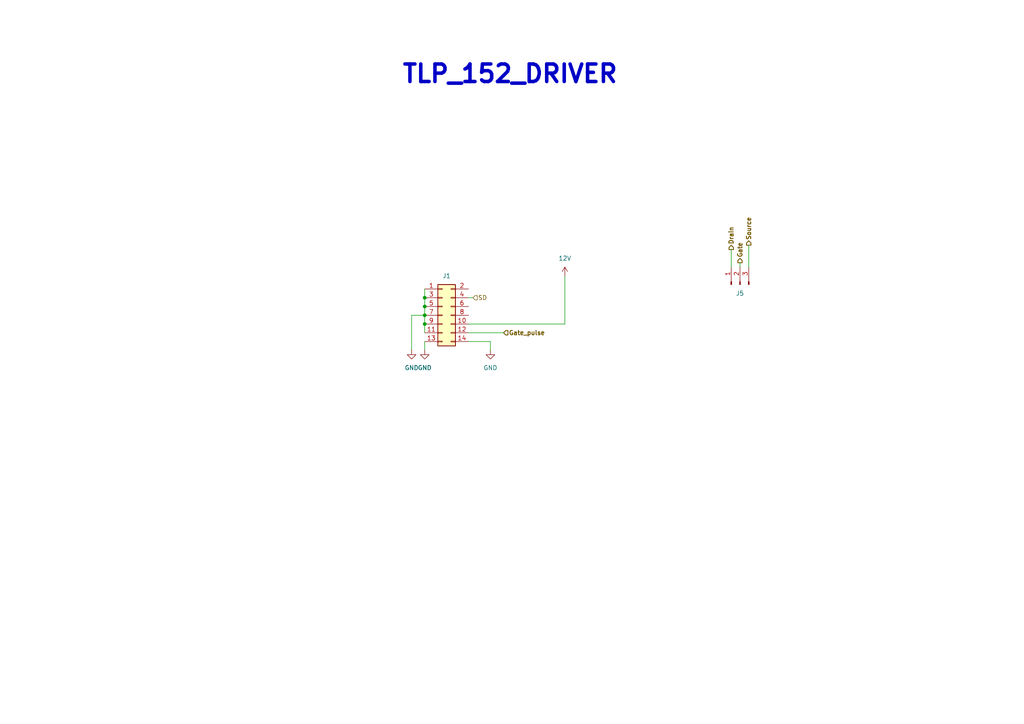
<source format=kicad_sch>
(kicad_sch (version 20231120) (generator "eeschema") (generator_version "8.0")
  (paper "A4")
  (lib_symbols
    (symbol "Conn_02x07_Row_Letter_Last_1" (pin_names (offset 1.016) hide)
      (property "Reference" "J9" (at 1.27 11.43 0))
      (symbol "Conn_02x07_Row_Letter_Last_1_1_1"
        (rectangle (start -1.27 -7.493) (end 0 -7.747) (stroke (width 0.1524)))
        (rectangle (start -1.27 -4.953) (end 0 -5.207) (stroke (width 0.1524)))
        (rectangle (start -1.27 -2.413) (end 0 -2.667) (stroke (width 0.1524)))
        (rectangle (start -1.27 0.127) (end 0 -0.127) (stroke (width 0.1524)))
        (rectangle (start -1.27 2.667) (end 0 2.413) (stroke (width 0.1524)))
        (rectangle (start -1.27 5.207) (end 0 4.953) (stroke (width 0.1524)))
        (rectangle (start -1.27 7.747) (end 0 7.493) (stroke (width 0.1524)))
        (rectangle (start -1.27 8.89) (end 3.81 -8.89) (stroke (width 0.254)) (fill (type background)))
        (rectangle (start 3.81 -7.493) (end 2.54 -7.747) (stroke (width 0.1524)))
        (rectangle (start 3.81 -4.953) (end 2.54 -5.207) (stroke (width 0.1524)))
        (rectangle (start 3.81 -2.413) (end 2.54 -2.667) (stroke (width 0.1524)))
        (rectangle (start 3.81 0.127) (end 2.54 -0.127) (stroke (width 0.1524)))
        (rectangle (start 3.81 2.667) (end 2.54 2.413) (stroke (width 0.1524)))
        (rectangle (start 3.81 5.207) (end 2.54 4.953) (stroke (width 0.1524)))
        (rectangle (start 3.81 7.747) (end 2.54 7.493) (stroke (width 0.1524)))
        (pin passive line (at -5.08 7.62 0) (length 3.81) (name "1") (number "1"))
        (pin passive line (at 7.62 -2.54 180) (length 3.81) (name "Pin_5b") (number "10"))
        (pin passive line (at -5.08 -5.08 0) (length 3.81) (name "Pin_6a") (number "11"))
        (pin passive line (at 7.62 -5.08 180) (length 3.81) (name "Pin_6b") (number "12"))
        (pin passive line (at -5.08 -7.62 0) (length 3.81) (name "Pin_7a") (number "13"))
        (pin passive line (at 7.62 -7.62 180) (length 3.81) (name "Pin_7b") (number "14"))
        (pin passive line (at 7.62 7.62 180) (length 3.81) (name "Pin_1b") (number "2"))
        (pin passive line (at -5.08 5.08 0) (length 3.81) (name "Pin_2a") (number "3"))
        (pin passive line (at 7.62 5.08 180) (length 3.81) (name "Pin_2b") (number "4"))
        (pin passive line (at -5.08 2.54 0) (length 3.81) (name "Pin_3a") (number "5"))
        (pin passive line (at 7.62 2.54 180) (length 3.81) (name "Pin_3b") (number "6"))
        (pin passive line (at -5.08 0 0) (length 3.81) (name "Pin_4a") (number "7"))
        (pin passive line (at 7.62 0 180) (length 3.81) (name "Pin_4b") (number "8"))
        (pin passive line (at -5.08 -2.54 0) (length 3.81) (name "Pin_5a") (number "9"))
      )
    )
    (symbol "Connector:Conn_01x03_Pin" (pin_names (offset 1.016) hide)
      (property "Reference" "J" (at 0 5.08 0))
      (property "Value" "Conn_01x03_Pin" (at 0 -5.08 0))
      (symbol "Conn_01x03_Pin_1_1"
        (polyline (pts (xy 1.27 -2.54) (xy 0.8636 -2.54)) (stroke (width 0.1524)))
        (polyline (pts (xy 1.27 0) (xy 0.8636 0)) (stroke (width 0.1524)))
        (polyline (pts (xy 1.27 2.54) (xy 0.8636 2.54)) (stroke (width 0.1524)))
        (rectangle (start 0.8636 -2.413) (end 0 -2.667) (stroke (width 0.1524)) (fill (type outline)))
        (rectangle (start 0.8636 0.127) (end 0 -0.127) (stroke (width 0.1524)) (fill (type outline)))
        (rectangle (start 0.8636 2.667) (end 0 2.413) (stroke (width 0.1524)) (fill (type outline)))
        (pin passive line (at 5.08 2.54 180) (length 3.81) (name "Pin_1") (number "1"))
        (pin passive line (at 5.08 0 180) (length 3.81) (name "Pin_2") (number "2"))
        (pin passive line (at 5.08 -2.54 180) (length 3.81) (name "Pin_3") (number "3"))
      )
    )
    (symbol "power:GND" (power) (pin_numbers hide) (pin_names (offset 0) hide)
      (property "Value" "GND" (at 0 -3.81 0))
      (symbol "GND_0_1"
        (polyline (pts (xy 0 0) (xy 0 -1.27) (xy 1.27 -1.27) (xy 0 -2.54) (xy -1.27 -1.27) (xy 0 -1.27)))
      )
      (symbol "GND_1_1"
        (pin power_in line (at 0 0 270) (length 0) (name "~") (number "1"))
      )
    )
    (symbol "power:VCC" (power) (pin_numbers hide) (pin_names (offset 0) hide)
      (property "Value" "VCC" (at 0 3.556 0))
      (symbol "VCC_0_1"
        (polyline (pts (xy -0.762 1.27) (xy 0 2.54)))
        (polyline (pts (xy 0 0) (xy 0 2.54)))
        (polyline (pts (xy 0 2.54) (xy 0.762 1.27)))
      )
      (symbol "VCC_1_1"
        (pin power_in line (at 0 0 90) (length 0) (name "~") (number "1"))
      )
    )
  )
  (junction (at 123.19 93.98))
  (junction (at 123.19 91.44))
  (junction (at 123.19 86.36))
  (junction (at 123.19 88.9))
  (wire (pts (xy 123.19 99.06) (xy 123.19 101.6)))
  (wire (pts (xy 119.38 91.44) (xy 123.19 91.44)))
  (wire (pts (xy 163.83 93.98) (xy 163.83 80.01)))
  (wire (pts (xy 135.89 96.52) (xy 146.05 96.52)))
  (wire (pts (xy 123.19 83.82) (xy 123.19 86.36)))
  (wire (pts (xy 123.19 93.98) (xy 123.19 96.52)))
  (wire (pts (xy 217.17 71.12) (xy 217.17 77.47)))
  (wire (pts (xy 119.38 101.6) (xy 119.38 91.44)))
  (wire (pts (xy 214.63 76.2) (xy 214.63 77.47)))
  (wire (pts (xy 135.89 93.98) (xy 163.83 93.98)))
  (wire (pts (xy 142.24 99.06) (xy 142.24 101.6)))
  (wire (pts (xy 135.89 99.06) (xy 142.24 99.06)))
  (wire (pts (xy 212.09 72.39) (xy 212.09 77.47)))
  (wire (pts (xy 135.89 86.36) (xy 137.16 86.36)))
  (wire (pts (xy 123.19 86.36) (xy 123.19 88.9)))
  (wire (pts (xy 123.19 91.44) (xy 123.19 93.98)))
  (wire (pts (xy 123.19 88.9) (xy 123.19 91.44)))
  (text "TLP_152_DRIVER " (at 149.86 21.59 0) (effects (font (size 5.08 5.08) (thickness 1.016) (bold yes))))
  (hierarchical_label "Gate" (shape output) (at 214.63 76.2 90) (effects (font (bold yes))))
  (hierarchical_label "Source" (shape output) (at 217.17 71.12 90) (effects (font (bold yes))))
  (hierarchical_label "Gate_pulse" (shape input) (at 146.05 96.52 0) (effects (font (bold yes))))
  (hierarchical_label "SD" (shape input) (at 137.16 86.36 0))
  (hierarchical_label "Drain" (shape output) (at 212.09 72.39 90) (effects (font (bold yes))))
  (symbol (lib_id "Connector:Conn_01x03_Pin") (at 214.63 82.55 90) (unit 1)
    (property "Reference" "J5" (at 214.63 85.09 90))
    (property "Value" "Conn_01x03_Pin" (effects (hide yes)))
    (property "Footprint" "Connector_PinHeader_2.54mm:PinHeader_1x03_P2.54mm_Horizontal" (effects (hide yes)))
    (property "Description" "Generic connector, single row, 01x03, script generated" (effects (hide yes)))
    (instances (project "copy" (path "" (reference "J5") (unit 1)) (path "" (reference "J9") (unit 1)) (path "" (reference "J11") (unit 1)) (path "" (reference "J7") (unit 1))))
  )
  (symbol (lib_id "power:VCC") (at 163.83 80.01 0) (unit 1)
    (property "Reference" "#PWR036" (effects (hide yes)))
    (property "Value" "12V" (at 163.83 74.93 0))
    (property "Description" "Power symbol creates a global label with name \"VCC\"" (effects (hide yes)))
    (instances (project "copy" (path "" (reference "#PWR036") (unit 1)) (path "" (reference "#PWR023") (unit 1)) (path "" (reference "#PWR048") (unit 1)) (path "" (reference "#PWR044") (unit 1))))
  )
  (symbol (lib_id "power:GND") (at 119.38 101.6 0) (unit 1)
    (property "Reference" "#PWR049" (effects (hide yes)))
    (property "Value" "GND" (at 119.38 106.68 0))
    (property "Description" "Power symbol creates a global label with name \"GND\" , ground" (effects (hide yes)))
    (instances (project "copy" (path "" (reference "#PWR049") (unit 1)) (path "" (reference "#PWR051") (unit 1)) (path "" (reference "#PWR052") (unit 1)) (path "" (reference "#PWR050") (unit 1))))
  )
  (symbol (lib_id "power:GND") (at 142.24 101.6 0) (unit 1)
    (property "Reference" "#PWR025" (effects (hide yes)))
    (property "Value" "GND" (at 142.24 106.68 0))
    (property "Description" "Power symbol creates a global label with name \"GND\" , ground" (effects (hide yes)))
    (instances (project "copy" (path "" (reference "#PWR025") (unit 1)) (path "" (reference "#PWR03") (unit 1)) (path "" (reference "#PWR046") (unit 1)) (path "" (reference "#PWR042") (unit 1))))
  )
  (symbol (lib_name "Conn_02x07_Row_Letter_Last_1") (lib_id "Connector_Generic:Conn_02x07_Row_Letter_Last") (at 128.27 91.44 0) (unit 1)
    (property "Reference" "J1" (at 129.54 80.01 0))
    (property "Value" "Conn_02x07_Row_Letter_Last" (effects (hide yes)))
    (property "Footprint" "Connector_PinHeader_2.54mm:PinHeader_2x07_P2.54mm_Vertical" (effects (hide yes)))
    (property "Description" "Generic connector, double row, 02x07, row letter last pin numbering scheme (pin number consists of a letter for the row and a number for the pin index in this row. 1a, ..., Na; 1b, ..., Nb)), script generated (kicad-library-utils/schlib/autogen/connector/)" (effects (hide yes)))
    (instances (project "copy" (path "" (reference "J1") (unit 1)) (path "" (reference "J8") (unit 1)) (path "" (reference "J10") (unit 1)) (path "" (reference "J6") (unit 1))))
  )
  (symbol (lib_id "power:GND") (at 123.19 101.6 0) (unit 1)
    (property "Reference" "#PWR053" (effects (hide yes)))
    (property "Value" "GND" (at 123.19 106.68 0))
    (property "Description" "Power symbol creates a global label with name \"GND\" , ground" (effects (hide yes)))
    (instances (project "copy" (path "" (reference "#PWR053") (unit 1)) (path "" (reference "#PWR055") (unit 1)) (path "" (reference "#PWR056") (unit 1)) (path "" (reference "#PWR054") (unit 1))))
  )
)
</source>
